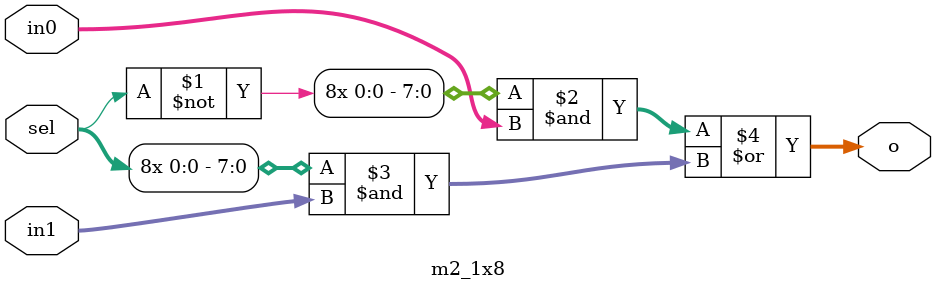
<source format=v>
`timescale 1ns / 1ps


module m2_1x8(
    input [7:0] in0,
    input [7:0] in1,
    input sel,
    output [7:0] o
    );
     
    assign o = {8{~sel}}&in0 | {8{sel}}&in1;
    
endmodule

</source>
